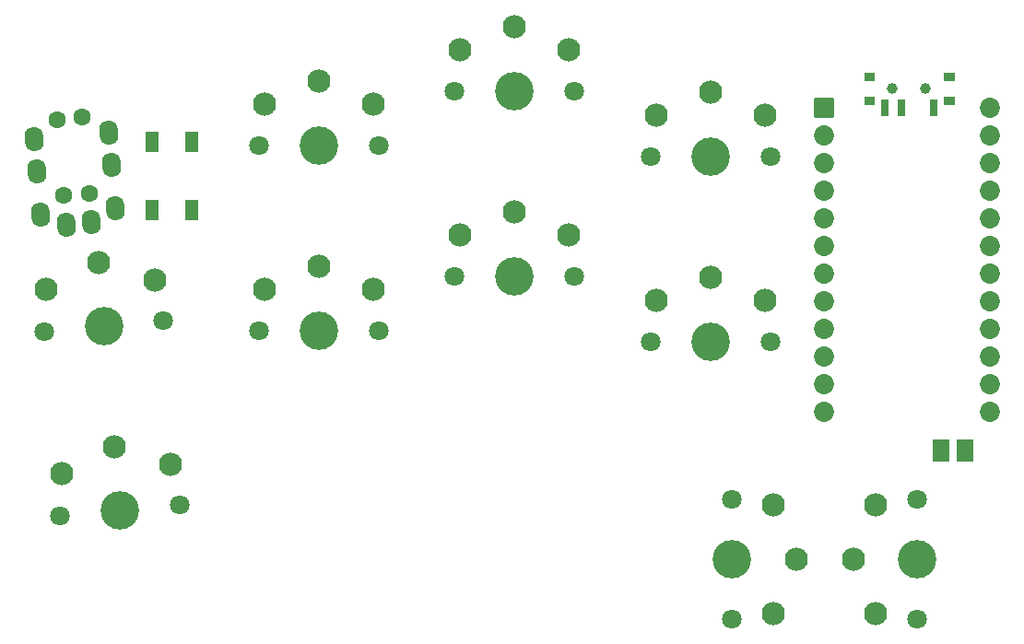
<source format=gbr>
%TF.GenerationSoftware,KiCad,Pcbnew,(6.99.0-906-ga2ca8cf413)*%
%TF.CreationDate,2022-04-09T13:07:01+02:00*%
%TF.ProjectId,tiny20,74696e79-3230-42e6-9b69-6361645f7063,v1.0.0*%
%TF.SameCoordinates,Original*%
%TF.FileFunction,Soldermask,Top*%
%TF.FilePolarity,Negative*%
%FSLAX46Y46*%
G04 Gerber Fmt 4.6, Leading zero omitted, Abs format (unit mm)*
G04 Created by KiCad (PCBNEW (6.99.0-906-ga2ca8cf413)) date 2022-04-09 13:07:01*
%MOMM*%
%LPD*%
G01*
G04 APERTURE LIST*
G04 Aperture macros list*
%AMRoundRect*
0 Rectangle with rounded corners*
0 $1 Rounding radius*
0 $2 $3 $4 $5 $6 $7 $8 $9 X,Y pos of 4 corners*
0 Add a 4 corners polygon primitive as box body*
4,1,4,$2,$3,$4,$5,$6,$7,$8,$9,$2,$3,0*
0 Add four circle primitives for the rounded corners*
1,1,$1+$1,$2,$3*
1,1,$1+$1,$4,$5*
1,1,$1+$1,$6,$7*
1,1,$1+$1,$8,$9*
0 Add four rect primitives between the rounded corners*
20,1,$1+$1,$2,$3,$4,$5,0*
20,1,$1+$1,$4,$5,$6,$7,0*
20,1,$1+$1,$6,$7,$8,$9,0*
20,1,$1+$1,$8,$9,$2,$3,0*%
%AMHorizOval*
0 Thick line with rounded ends*
0 $1 width*
0 $2 $3 position (X,Y) of the first rounded end (center of the circle)*
0 $4 $5 position (X,Y) of the second rounded end (center of the circle)*
0 Add line between two ends*
20,1,$1,$2,$3,$4,$5,0*
0 Add two circle primitives to create the rounded ends*
1,1,$1,$2,$3*
1,1,$1,$4,$5*%
G04 Aperture macros list end*
%ADD10C,0.100000*%
%ADD11RoundRect,0.050000X0.550000X-0.900000X0.550000X0.900000X-0.550000X0.900000X-0.550000X-0.900000X0*%
%ADD12C,1.801800*%
%ADD13C,3.529000*%
%ADD14C,2.132000*%
%ADD15C,1.600000*%
%ADD16HorizOval,1.700000X-0.026147X0.298858X0.026147X-0.298858X0*%
%ADD17C,1.000000*%
%ADD18RoundRect,0.050000X-0.876300X0.876300X-0.876300X-0.876300X0.876300X-0.876300X0.876300X0.876300X0*%
%ADD19C,1.852600*%
G04 APERTURE END LIST*
D10*
%TO.C,SW01*%
X280367252Y-104497882D02*
X280367252Y-105197882D01*
X280367252Y-105197882D02*
X279467252Y-105197882D01*
X279467252Y-105197882D02*
X279467252Y-104497882D01*
X279467252Y-104497882D02*
X280367252Y-104497882D01*
G36*
X280367252Y-105197882D02*
G01*
X279467252Y-105197882D01*
X279467252Y-104497882D01*
X280367252Y-104497882D01*
X280367252Y-105197882D01*
G37*
X280367252Y-105197882D02*
X279467252Y-105197882D01*
X279467252Y-104497882D01*
X280367252Y-104497882D01*
X280367252Y-105197882D01*
X280367252Y-102297882D02*
X280367252Y-102997882D01*
X280367252Y-102997882D02*
X279467252Y-102997882D01*
X279467252Y-102997882D02*
X279467252Y-102297882D01*
X279467252Y-102297882D02*
X280367252Y-102297882D01*
G36*
X280367252Y-102997882D02*
G01*
X279467252Y-102997882D01*
X279467252Y-102297882D01*
X280367252Y-102297882D01*
X280367252Y-102997882D01*
G37*
X280367252Y-102997882D02*
X279467252Y-102997882D01*
X279467252Y-102297882D01*
X280367252Y-102297882D01*
X280367252Y-102997882D01*
X278817252Y-104797882D02*
X278817252Y-106197882D01*
X278817252Y-106197882D02*
X278217252Y-106197882D01*
X278217252Y-106197882D02*
X278217252Y-104797882D01*
X278217252Y-104797882D02*
X278817252Y-104797882D01*
G36*
X278817252Y-106197882D02*
G01*
X278217252Y-106197882D01*
X278217252Y-104797882D01*
X278817252Y-104797882D01*
X278817252Y-106197882D01*
G37*
X278817252Y-106197882D02*
X278217252Y-106197882D01*
X278217252Y-104797882D01*
X278817252Y-104797882D01*
X278817252Y-106197882D01*
X275817252Y-104797882D02*
X275817252Y-106197882D01*
X275817252Y-106197882D02*
X275217252Y-106197882D01*
X275217252Y-106197882D02*
X275217252Y-104797882D01*
X275217252Y-104797882D02*
X275817252Y-104797882D01*
G36*
X275817252Y-106197882D02*
G01*
X275217252Y-106197882D01*
X275217252Y-104797882D01*
X275817252Y-104797882D01*
X275817252Y-106197882D01*
G37*
X275817252Y-106197882D02*
X275217252Y-106197882D01*
X275217252Y-104797882D01*
X275817252Y-104797882D01*
X275817252Y-106197882D01*
X274317252Y-104797882D02*
X274317252Y-106197882D01*
X274317252Y-106197882D02*
X273717252Y-106197882D01*
X273717252Y-106197882D02*
X273717252Y-104797882D01*
X273717252Y-104797882D02*
X274317252Y-104797882D01*
G36*
X274317252Y-106197882D02*
G01*
X273717252Y-106197882D01*
X273717252Y-104797882D01*
X274317252Y-104797882D01*
X274317252Y-106197882D01*
G37*
X274317252Y-106197882D02*
X273717252Y-106197882D01*
X273717252Y-104797882D01*
X274317252Y-104797882D01*
X274317252Y-106197882D01*
X273067252Y-104497882D02*
X273067252Y-105197882D01*
X273067252Y-105197882D02*
X272167252Y-105197882D01*
X272167252Y-105197882D02*
X272167252Y-104497882D01*
X272167252Y-104497882D02*
X273067252Y-104497882D01*
G36*
X273067252Y-105197882D02*
G01*
X272167252Y-105197882D01*
X272167252Y-104497882D01*
X273067252Y-104497882D01*
X273067252Y-105197882D01*
G37*
X273067252Y-105197882D02*
X272167252Y-105197882D01*
X272167252Y-104497882D01*
X273067252Y-104497882D01*
X273067252Y-105197882D01*
X273067252Y-102297882D02*
X273067252Y-102997882D01*
X273067252Y-102997882D02*
X272167252Y-102997882D01*
X272167252Y-102997882D02*
X272167252Y-102297882D01*
X272167252Y-102297882D02*
X273067252Y-102297882D01*
G36*
X273067252Y-102997882D02*
G01*
X272167252Y-102997882D01*
X272167252Y-102297882D01*
X273067252Y-102297882D01*
X273067252Y-102997882D01*
G37*
X273067252Y-102997882D02*
X272167252Y-102997882D01*
X272167252Y-102297882D01*
X273067252Y-102297882D01*
X273067252Y-102997882D01*
%TO.C,BT01*%
X280677255Y-137987881D02*
X280677255Y-135987881D01*
X280677255Y-135987881D02*
X282077255Y-135987881D01*
X282077255Y-135987881D02*
X282077255Y-137987881D01*
X282077255Y-137987881D02*
X280677255Y-137987881D01*
G36*
X282077255Y-137987881D02*
G01*
X280677255Y-137987881D01*
X280677255Y-135987881D01*
X282077255Y-135987881D01*
X282077255Y-137987881D01*
G37*
X282077255Y-137987881D02*
X280677255Y-137987881D01*
X280677255Y-135987881D01*
X282077255Y-135987881D01*
X282077255Y-137987881D01*
X278477255Y-137987881D02*
X278477255Y-135987881D01*
X278477255Y-135987881D02*
X279877255Y-135987881D01*
X279877255Y-135987881D02*
X279877255Y-137987881D01*
X279877255Y-137987881D02*
X278477255Y-137987881D01*
G36*
X279877255Y-137987881D02*
G01*
X278477255Y-137987881D01*
X278477255Y-135987881D01*
X279877255Y-135987881D01*
X279877255Y-137987881D01*
G37*
X279877255Y-137987881D02*
X278477255Y-137987881D01*
X278477255Y-135987881D01*
X279877255Y-135987881D01*
X279877255Y-137987881D01*
%TD*%
D11*
%TO.C,B1*%
X206703309Y-114882746D03*
X206703309Y-108682746D03*
X210403309Y-114882746D03*
X210403309Y-108682746D03*
%TD*%
D12*
%TO.C,S3*%
X216530147Y-125990773D03*
D13*
X222030147Y-125990773D03*
D12*
X227530147Y-125990773D03*
D14*
X217030147Y-122190773D03*
X227030147Y-122190773D03*
X222030147Y-120090773D03*
X222030147Y-120090773D03*
%TD*%
D12*
%TO.C,S9*%
X260030146Y-141490776D03*
D13*
X260030146Y-146990776D03*
D12*
X260030146Y-152490776D03*
D14*
X263830146Y-141990776D03*
X263830146Y-151990776D03*
X265930146Y-146990776D03*
X265930146Y-146990776D03*
%TD*%
D12*
%TO.C,S7*%
X252530146Y-126990772D03*
D13*
X258030146Y-126990772D03*
D12*
X263530146Y-126990772D03*
D14*
X253030146Y-123190772D03*
X263030146Y-123190772D03*
X258030146Y-121090772D03*
X258030146Y-121090772D03*
%TD*%
D12*
%TO.C,S4*%
X216530147Y-108990773D03*
D13*
X222030147Y-108990773D03*
D12*
X227530147Y-108990773D03*
D14*
X217030147Y-105190773D03*
X227030147Y-105190773D03*
X222030147Y-103090773D03*
X222030147Y-103090773D03*
%TD*%
D12*
%TO.C,S6*%
X234530147Y-103990775D03*
D13*
X240030147Y-103990775D03*
D12*
X245530147Y-103990775D03*
D14*
X235030147Y-100190775D03*
X245030147Y-100190775D03*
X240030147Y-98090775D03*
X240030147Y-98090775D03*
%TD*%
D12*
%TO.C,S1*%
X198312441Y-143004483D03*
D13*
X203791512Y-142525126D03*
D12*
X209270583Y-142045769D03*
D14*
X198479347Y-139175365D03*
X208441294Y-138303807D03*
X203277293Y-136647577D03*
X203277293Y-136647577D03*
%TD*%
D12*
%TO.C,S8*%
X252530147Y-109990774D03*
D13*
X258030147Y-109990774D03*
D12*
X263530147Y-109990774D03*
D14*
X253030147Y-106190774D03*
X263030147Y-106190774D03*
X258030147Y-104090774D03*
X258030147Y-104090774D03*
%TD*%
D15*
%TO.C,REF\u002A\u002A*%
X198037651Y-106589861D03*
X198647741Y-113563224D03*
X200328898Y-106389403D03*
X200938989Y-113362766D03*
D16*
X198883060Y-116252949D03*
X201174308Y-116052490D03*
X196495941Y-115357593D03*
X203369685Y-114756218D03*
X196147318Y-111372814D03*
X203021062Y-110771439D03*
X195885851Y-108384230D03*
X202759594Y-107782855D03*
%TD*%
D12*
%TO.C,S2*%
X196830792Y-126069171D03*
D13*
X202309863Y-125589814D03*
D12*
X207788934Y-125110457D03*
D14*
X196997698Y-122240053D03*
X206959645Y-121368495D03*
X201795644Y-119712265D03*
X201795644Y-119712265D03*
%TD*%
D17*
%TO.C,SW01*%
X277767252Y-103747882D03*
X277767252Y-103747882D03*
X274767252Y-103747882D03*
X274767252Y-103747882D03*
%TD*%
D18*
%TO.C,MCU1*%
X268460146Y-105520774D03*
D19*
X268460146Y-108060774D03*
X268460146Y-110600774D03*
X268460146Y-113140774D03*
X268460146Y-115680774D03*
X268460146Y-118220774D03*
X268460146Y-120760774D03*
X268460146Y-123300774D03*
X268460146Y-125840774D03*
X268460146Y-128380774D03*
X268460146Y-130920774D03*
X268460146Y-133460774D03*
X283700146Y-105520774D03*
X283700146Y-108060774D03*
X283700146Y-110600774D03*
X283700146Y-113140774D03*
X283700146Y-115680774D03*
X283700146Y-118220774D03*
X283700146Y-120760774D03*
X283700146Y-123300774D03*
X283700146Y-125840774D03*
X283700146Y-128380774D03*
X283700146Y-130920774D03*
X283700146Y-133460774D03*
%TD*%
D12*
%TO.C,S10*%
X277030146Y-152490773D03*
D13*
X277030146Y-146990773D03*
D12*
X277030146Y-141490773D03*
D14*
X273230146Y-151990773D03*
X273230146Y-141990773D03*
X271130146Y-146990773D03*
X271130146Y-146990773D03*
%TD*%
D12*
%TO.C,S5*%
X234530145Y-120990774D03*
D13*
X240030145Y-120990774D03*
D12*
X245530145Y-120990774D03*
D14*
X235030145Y-117190774D03*
X245030145Y-117190774D03*
X240030145Y-115090774D03*
X240030145Y-115090774D03*
%TD*%
M02*

</source>
